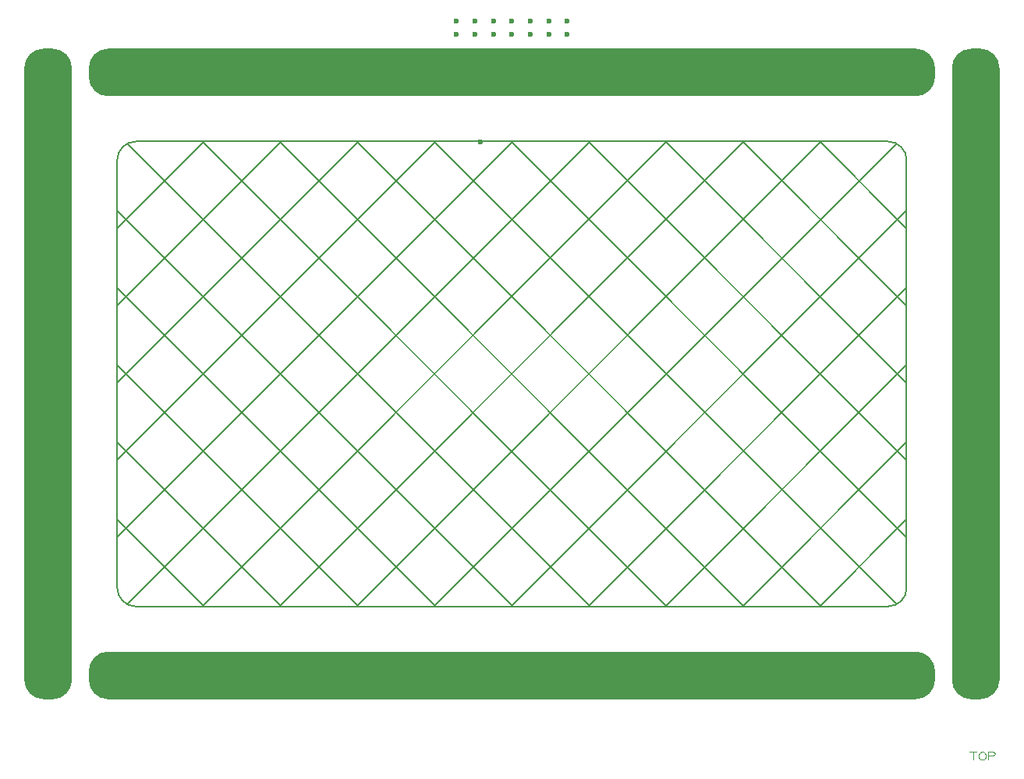
<source format=gbr>
G04 GENERATED BY PULSONIX 7.0 GERBER.DLL 4573*
%INHILLSTAR_95X60_EL_V1_0*%
%LNGERBER_TOP*%
%FSLAX33Y33*%
%IPPOS*%
%LPD*%
%OFA0B0*%
%MOMM*%
%ADD15C,0.125*%
%ADD180C,0.600*%
%ADD345C,0.150*%
X0Y0D02*
D02*
D15*
X180096Y85133D02*
X180096Y86015D01*
X179728D02*
X180463Y86015D01*
X180741Y85427D02*
X180741Y85721D01*
X180814Y85868*
X180888Y85941*
X181035Y86015*
X181182*
X181329Y85941*
X181402Y85868*
X181476Y85721*
Y85427*
X181402Y85280*
X181329Y85206*
X181182Y85133*
X181035*
X180888Y85206*
X180814Y85280*
X180741Y85427*
X181753Y85133D02*
X181753Y86015D01*
X182268*
X182415Y85941*
X182488Y85794*
X182415Y85647*
X182268Y85574*
X181753*
D02*
D180*
X81728Y147437D03*
X124028Y163937D03*
Y165337D03*
X126028Y163937D03*
Y165337D03*
X126628Y152237D03*
X128028Y161937D03*
Y163937D03*
Y165337D03*
X130028Y163937D03*
Y165337D03*
X131028Y96437D03*
X132028Y163937D03*
Y165337D03*
X134028Y163937D03*
Y165337D03*
X136028Y163937D03*
Y165337D03*
X178328Y147437D03*
D02*
D345*
X80178Y162272D02*
X79178D01*
G75*
G03X77178Y160272J-2000*
G01*
Y93802*
G75*
G03X79178Y91802I2000*
G01*
X80178*
G75*
G03X82178Y93802J2000*
G01*
Y160272*
G75*
G03X80178Y162272I-2000*
G01*
G36*
X79178*
G75*
G03X77178Y160272J-2000*
G01*
Y93802*
G75*
G03X79178Y91802I2000*
G01*
X80178*
G75*
G03X82178Y93802J2000*
G01*
Y160272*
G75*
G03X80178Y162272I-2000*
G01*
G37*
X84178Y94802D02*
Y93802D01*
G75*
G03X86178Y91802I2000*
G01*
X173878*
G75*
G03X175878Y93802J2000*
G01*
Y94802*
G75*
G03X173878Y96802I-2000*
G01*
X86178*
G75*
G03X84178Y94802J-2000*
G01*
G36*
Y93802*
G75*
G03X86178Y91802I2000*
G01*
X173878*
G75*
G03X175878Y93802J2000*
G01*
Y94802*
G75*
G03X173878Y96802I-2000*
G01*
X86178*
G75*
G03X84178Y94802J-2000*
G01*
G37*
Y160272D02*
Y159272D01*
G75*
G03X86178Y157272I2000*
G01*
X173878*
G75*
G03X175878Y159272J2000*
G01*
Y160272*
G75*
G03X173878Y162272I-2000*
G01*
X86178*
G75*
G03X84178Y160272J-2000*
G01*
G36*
Y159272*
G75*
G03X86178Y157272I2000*
G01*
X173878*
G75*
G03X175878Y159272J2000*
G01*
Y160272*
G75*
G03X173878Y162272I-2000*
G01*
X86178*
G75*
G03X84178Y160272J-2000*
G01*
G37*
X89178Y152272D02*
G75*
G03X87178Y150272J-2000D01*
G01*
Y103802*
G75*
G03X89178Y101802I2000*
G01*
X170878*
G75*
G03X172878Y103802J2000*
G01*
Y150272*
G75*
G03X170878Y152272I-2000*
G01*
X89178*
X163438Y101802D02*
X172878Y111242D01*
X155060Y101802D02*
X172878Y119620D01*
X146682Y101802D02*
X172878Y127998D01*
X138305Y101802D02*
X172878Y136376D01*
X129927Y101802D02*
X172878Y144753D01*
X121549Y101802D02*
X171796Y152049D01*
X113171Y101802D02*
X163641Y152272D01*
X104793Y101802D02*
X155263Y152272D01*
X96415Y101802D02*
X146885Y152272D01*
X88260Y102025D02*
X138507Y152272D01*
X87178Y109321D02*
X130130Y152272D01*
X87178Y117698D02*
X121752Y152272D01*
X87178Y126076D02*
X113374Y152272D01*
X87178Y134454D02*
X104996Y152272D01*
X87178Y142832D02*
X96618Y152272D01*
Y101802D02*
X87178Y111242D01*
X104996Y101802D02*
X87178Y119620D01*
X113374Y101802D02*
X87178Y127998D01*
X121752Y101802D02*
X87178Y136376D01*
X130130Y101802D02*
X87178Y144753D01*
X138507Y101802D02*
X88260Y152049D01*
X146885Y101802D02*
X96415Y152272D01*
X155263Y101802D02*
X104793Y152272D01*
X163641Y101802D02*
X113171Y152272D01*
X171796Y102025D02*
X121549Y152272D01*
X172878Y109321D02*
X129927Y152272D01*
X172878Y117698D02*
X138305Y152272D01*
X172878Y126076D02*
X146682Y152272D01*
X172878Y134454D02*
X155060Y152272D01*
X172878Y142832D02*
X163438Y152272D01*
X177878Y160272D02*
Y93802D01*
G75*
G03X179878Y91802I2000*
G01*
X180878*
G75*
G03X182878Y93802J2000*
G01*
Y160272*
G75*
G03X180878Y162272I-2000*
G01*
X179878*
G75*
G03X177878Y160272J-2000*
G01*
G36*
Y93802*
G75*
G03X179878Y91802I2000*
G01*
X180878*
G75*
G03X182878Y93802J2000*
G01*
Y160272*
G75*
G03X180878Y162272I-2000*
G01*
X179878*
G75*
G03X177878Y160272J-2000*
G01*
G37*
X0Y0D02*
M02*

</source>
